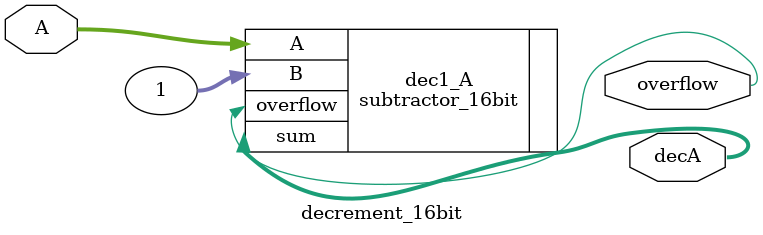
<source format=v>
`timescale 1ns / 1ps


module decrement_16bit(
    input [15:0] A,
    output [15:0] decA,
    output overflow
);

subtractor_16bit dec1_A (.A(A), .B(1), .sum(decA), .overflow(overflow));

endmodule

</source>
